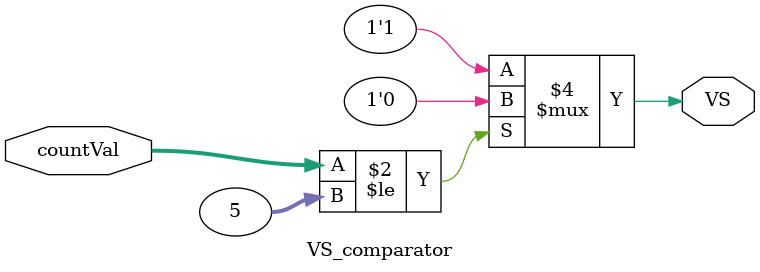
<source format=v>
`timescale 1ns / 1ps


module VS_comparator(
input [10:0] countVal,
output reg VS
);
always@ (*)
begin
if(countVal <= 5) //VS signal is active low. 5 is the sync
begin
VS <= 0;
end
else
begin
VS <= 1;
end
end
endmodule

</source>
